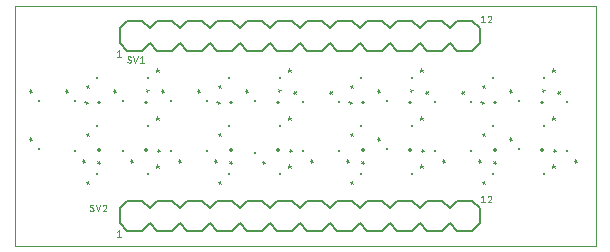
<source format=gto>
G04 EAGLE Gerber RS-274X export*
G75*
%MOMM*%
%FSLAX34Y34*%
%LPD*%
%INSilk top*%
%IPPOS*%
%AMOC8*
5,1,8,0,0,1.08239X$1,22.5*%
G01*
%ADD10C,0.000000*%
%ADD11C,0.050800*%
%ADD12R,0.250000X0.250000*%
%ADD13R,0.250000X0.250000*%
%ADD14C,0.152400*%


D10*
X0Y0D02*
X492000Y0D01*
X492000Y203200D01*
X0Y203200D01*
X0Y0D01*
D11*
X61849Y134620D02*
X61849Y136144D01*
X61849Y134620D02*
X62738Y133477D01*
X61849Y134620D02*
X60960Y133477D01*
X61849Y134620D02*
X63246Y135128D01*
X61849Y134620D02*
X60452Y135128D01*
D12*
X69870Y142240D03*
D11*
X44196Y131191D02*
X42672Y131191D01*
X44196Y131191D02*
X45339Y132080D01*
X44196Y131191D02*
X45339Y130302D01*
X44196Y131191D02*
X43688Y132588D01*
X44196Y131191D02*
X43688Y129794D01*
D12*
X50800Y123170D03*
D11*
X123952Y131191D02*
X125476Y131191D01*
X126619Y132080D01*
X125476Y131191D02*
X126619Y130302D01*
X125476Y131191D02*
X124968Y132588D01*
X125476Y131191D02*
X124968Y129794D01*
D12*
X132080Y123170D03*
D11*
X138176Y72009D02*
X139700Y72009D01*
X140843Y72898D01*
X139700Y72009D02*
X140843Y71120D01*
X139700Y72009D02*
X139192Y73406D01*
X139700Y72009D02*
X139192Y70612D01*
D12*
X132080Y80030D03*
D11*
X61524Y122895D02*
X60446Y121817D01*
X60267Y120381D01*
X60446Y121817D02*
X59009Y121638D01*
X60446Y121817D02*
X61793Y121189D01*
X60446Y121817D02*
X59818Y123164D01*
D13*
G36*
X73273Y121534D02*
X71506Y119767D01*
X69739Y121534D01*
X71506Y123301D01*
X73273Y121534D01*
G37*
D11*
X111298Y132953D02*
X112376Y131875D01*
X113813Y131696D01*
X112376Y131875D02*
X112555Y130438D01*
X112376Y131875D02*
X113004Y133222D01*
X112376Y131875D02*
X111029Y131247D01*
D13*
G36*
X111374Y119767D02*
X109607Y121534D01*
X111374Y123301D01*
X113141Y121534D01*
X111374Y119767D01*
G37*
D11*
X70145Y71684D02*
X71222Y70606D01*
X72659Y70427D01*
X71222Y70606D02*
X71402Y69169D01*
X71222Y70606D02*
X71851Y71953D01*
X71222Y70606D02*
X69875Y69978D01*
D13*
G36*
X71506Y83433D02*
X73273Y81666D01*
X71506Y79899D01*
X69739Y81666D01*
X71506Y83433D01*
G37*
D11*
X121715Y80664D02*
X122793Y81742D01*
X121715Y80664D02*
X121536Y79227D01*
X121715Y80664D02*
X120278Y80484D01*
X121715Y80664D02*
X123062Y80035D01*
X121715Y80664D02*
X121087Y82011D01*
D13*
G36*
X109607Y81666D02*
X111374Y83433D01*
X113141Y81666D01*
X111374Y79899D01*
X109607Y81666D01*
G37*
D11*
X121031Y148844D02*
X121031Y150368D01*
X121031Y148844D02*
X121920Y147701D01*
X121031Y148844D02*
X120142Y147701D01*
X121031Y148844D02*
X122428Y149352D01*
X121031Y148844D02*
X119634Y149352D01*
D12*
X113010Y142240D03*
D11*
X84836Y131191D02*
X83312Y131191D01*
X84836Y131191D02*
X85979Y132080D01*
X84836Y131191D02*
X85979Y130302D01*
X84836Y131191D02*
X84328Y132588D01*
X84836Y131191D02*
X84328Y129794D01*
D12*
X91440Y123170D03*
D11*
X97536Y72009D02*
X99060Y72009D01*
X100203Y72898D01*
X99060Y72009D02*
X100203Y71120D01*
X99060Y72009D02*
X98552Y73406D01*
X99060Y72009D02*
X98552Y70612D01*
D12*
X91440Y80030D03*
D11*
X61849Y93980D02*
X61849Y95504D01*
X61849Y93980D02*
X62738Y92837D01*
X61849Y93980D02*
X60960Y92837D01*
X61849Y93980D02*
X63246Y94488D01*
X61849Y93980D02*
X60452Y94488D01*
D12*
X69870Y101600D03*
D11*
X121031Y108204D02*
X121031Y109728D01*
X121031Y108204D02*
X121920Y107061D01*
X121031Y108204D02*
X120142Y107061D01*
X121031Y108204D02*
X122428Y108712D01*
X121031Y108204D02*
X119634Y108712D01*
D12*
X113010Y101600D03*
D11*
X121031Y69088D02*
X121031Y67564D01*
X121920Y66421D01*
X121031Y67564D02*
X120142Y66421D01*
X121031Y67564D02*
X122428Y68072D01*
X121031Y67564D02*
X119634Y68072D01*
D12*
X113010Y60960D03*
D11*
X61849Y54864D02*
X61849Y53340D01*
X62738Y52197D01*
X61849Y53340D02*
X60960Y52197D01*
X61849Y53340D02*
X63246Y53848D01*
X61849Y53340D02*
X60452Y53848D01*
D12*
X69870Y60960D03*
D11*
X58420Y72009D02*
X56896Y72009D01*
X58420Y72009D02*
X59563Y72898D01*
X58420Y72009D02*
X59563Y71120D01*
X58420Y72009D02*
X57912Y73406D01*
X58420Y72009D02*
X57912Y70612D01*
D12*
X50800Y80030D03*
D14*
X95250Y190500D02*
X107950Y190500D01*
X114300Y184150D01*
X114300Y171450D02*
X107950Y165100D01*
X114300Y184150D02*
X120650Y190500D01*
X133350Y190500D01*
X139700Y184150D01*
X139700Y171450D02*
X133350Y165100D01*
X120650Y165100D01*
X114300Y171450D01*
X88900Y171450D02*
X88900Y184150D01*
X95250Y190500D01*
X88900Y171450D02*
X95250Y165100D01*
X107950Y165100D01*
X139700Y184150D02*
X146050Y190500D01*
X158750Y190500D01*
X165100Y184150D01*
X165100Y171450D02*
X158750Y165100D01*
X146050Y165100D01*
X139700Y171450D01*
X171450Y190500D02*
X184150Y190500D01*
X190500Y184150D01*
X190500Y171450D02*
X184150Y165100D01*
X190500Y184150D02*
X196850Y190500D01*
X209550Y190500D01*
X215900Y184150D01*
X215900Y171450D02*
X209550Y165100D01*
X196850Y165100D01*
X190500Y171450D01*
X171450Y190500D02*
X165100Y184150D01*
X165100Y171450D02*
X171450Y165100D01*
X184150Y165100D01*
X215900Y184150D02*
X222250Y190500D01*
X234950Y190500D01*
X241300Y184150D01*
X241300Y171450D02*
X234950Y165100D01*
X222250Y165100D01*
X215900Y171450D01*
X247650Y190500D02*
X260350Y190500D01*
X266700Y184150D01*
X266700Y171450D02*
X260350Y165100D01*
X266700Y184150D02*
X273050Y190500D01*
X285750Y190500D01*
X292100Y184150D01*
X292100Y171450D02*
X285750Y165100D01*
X273050Y165100D01*
X266700Y171450D01*
X247650Y190500D02*
X241300Y184150D01*
X241300Y171450D02*
X247650Y165100D01*
X260350Y165100D01*
X292100Y184150D02*
X298450Y190500D01*
X311150Y190500D01*
X317500Y184150D01*
X317500Y171450D02*
X311150Y165100D01*
X298450Y165100D01*
X292100Y171450D01*
X323850Y190500D02*
X336550Y190500D01*
X342900Y184150D01*
X342900Y171450D02*
X336550Y165100D01*
X342900Y184150D02*
X349250Y190500D01*
X361950Y190500D01*
X368300Y184150D01*
X368300Y171450D02*
X361950Y165100D01*
X349250Y165100D01*
X342900Y171450D01*
X323850Y190500D02*
X317500Y184150D01*
X317500Y171450D02*
X323850Y165100D01*
X336550Y165100D01*
X368300Y184150D02*
X374650Y190500D01*
X387350Y190500D01*
X393700Y184150D01*
X393700Y171450D02*
X387350Y165100D01*
X374650Y165100D01*
X368300Y171450D01*
X393700Y171450D02*
X393700Y184150D01*
D11*
X88166Y165862D02*
X86614Y164620D01*
X88166Y165862D02*
X88166Y160274D01*
X86614Y160274D02*
X89718Y160274D01*
X395224Y193830D02*
X396776Y195072D01*
X396776Y189484D01*
X395224Y189484D02*
X398328Y189484D01*
X403815Y193675D02*
X403813Y193748D01*
X403807Y193821D01*
X403798Y193894D01*
X403784Y193965D01*
X403767Y194037D01*
X403747Y194107D01*
X403722Y194176D01*
X403694Y194243D01*
X403663Y194309D01*
X403628Y194374D01*
X403590Y194436D01*
X403548Y194496D01*
X403504Y194554D01*
X403456Y194610D01*
X403406Y194663D01*
X403353Y194713D01*
X403297Y194761D01*
X403239Y194805D01*
X403179Y194847D01*
X403117Y194885D01*
X403052Y194920D01*
X402986Y194951D01*
X402919Y194979D01*
X402850Y195004D01*
X402780Y195024D01*
X402708Y195041D01*
X402637Y195055D01*
X402564Y195064D01*
X402491Y195070D01*
X402418Y195072D01*
X402334Y195070D01*
X402251Y195064D01*
X402168Y195055D01*
X402086Y195041D01*
X402004Y195024D01*
X401923Y195002D01*
X401843Y194977D01*
X401765Y194949D01*
X401687Y194917D01*
X401612Y194881D01*
X401538Y194842D01*
X401466Y194799D01*
X401396Y194753D01*
X401329Y194704D01*
X401263Y194651D01*
X401201Y194596D01*
X401141Y194538D01*
X401083Y194477D01*
X401029Y194414D01*
X400977Y194348D01*
X400929Y194280D01*
X400884Y194209D01*
X400842Y194137D01*
X400804Y194062D01*
X400769Y193986D01*
X400738Y193909D01*
X400710Y193830D01*
X403348Y192589D02*
X403402Y192642D01*
X403453Y192699D01*
X403501Y192758D01*
X403546Y192819D01*
X403587Y192882D01*
X403626Y192948D01*
X403661Y193015D01*
X403693Y193084D01*
X403721Y193155D01*
X403745Y193226D01*
X403766Y193299D01*
X403783Y193373D01*
X403797Y193448D01*
X403806Y193523D01*
X403812Y193599D01*
X403814Y193675D01*
X403349Y192588D02*
X400710Y189484D01*
X403815Y189484D01*
X98609Y156436D02*
X98607Y156366D01*
X98601Y156297D01*
X98591Y156228D01*
X98578Y156160D01*
X98560Y156092D01*
X98539Y156026D01*
X98514Y155961D01*
X98486Y155897D01*
X98454Y155835D01*
X98419Y155775D01*
X98380Y155717D01*
X98338Y155662D01*
X98293Y155608D01*
X98245Y155558D01*
X98195Y155510D01*
X98141Y155465D01*
X98086Y155423D01*
X98028Y155384D01*
X97968Y155349D01*
X97906Y155317D01*
X97842Y155289D01*
X97777Y155264D01*
X97711Y155243D01*
X97643Y155225D01*
X97575Y155212D01*
X97506Y155202D01*
X97437Y155196D01*
X97367Y155194D01*
X97268Y155196D01*
X97170Y155201D01*
X97072Y155211D01*
X96974Y155224D01*
X96877Y155240D01*
X96780Y155260D01*
X96685Y155284D01*
X96590Y155312D01*
X96496Y155343D01*
X96404Y155377D01*
X96313Y155415D01*
X96223Y155456D01*
X96135Y155501D01*
X96049Y155549D01*
X95965Y155600D01*
X95883Y155654D01*
X95802Y155712D01*
X95724Y155772D01*
X95649Y155835D01*
X95575Y155901D01*
X95505Y155970D01*
X95659Y159540D02*
X95661Y159610D01*
X95667Y159679D01*
X95677Y159748D01*
X95690Y159816D01*
X95708Y159884D01*
X95729Y159950D01*
X95754Y160015D01*
X95782Y160079D01*
X95814Y160141D01*
X95849Y160201D01*
X95888Y160259D01*
X95930Y160314D01*
X95975Y160368D01*
X96023Y160418D01*
X96073Y160466D01*
X96127Y160511D01*
X96182Y160553D01*
X96240Y160592D01*
X96300Y160627D01*
X96362Y160659D01*
X96426Y160687D01*
X96491Y160712D01*
X96557Y160733D01*
X96625Y160751D01*
X96693Y160764D01*
X96762Y160774D01*
X96831Y160780D01*
X96901Y160782D01*
X96995Y160780D01*
X97088Y160774D01*
X97181Y160765D01*
X97274Y160752D01*
X97366Y160735D01*
X97457Y160715D01*
X97548Y160690D01*
X97637Y160663D01*
X97725Y160631D01*
X97812Y160596D01*
X97898Y160558D01*
X97981Y160516D01*
X98063Y160471D01*
X98144Y160423D01*
X98222Y160371D01*
X98298Y160316D01*
X96280Y158454D02*
X96221Y158490D01*
X96165Y158530D01*
X96111Y158573D01*
X96059Y158618D01*
X96010Y158667D01*
X95964Y158718D01*
X95921Y158771D01*
X95880Y158827D01*
X95843Y158885D01*
X95808Y158945D01*
X95778Y159006D01*
X95750Y159069D01*
X95726Y159134D01*
X95706Y159200D01*
X95689Y159267D01*
X95676Y159334D01*
X95667Y159402D01*
X95661Y159471D01*
X95659Y159540D01*
X97987Y157522D02*
X98046Y157486D01*
X98102Y157446D01*
X98156Y157403D01*
X98208Y157358D01*
X98257Y157309D01*
X98303Y157258D01*
X98346Y157205D01*
X98387Y157149D01*
X98424Y157091D01*
X98459Y157031D01*
X98489Y156970D01*
X98517Y156907D01*
X98541Y156842D01*
X98561Y156776D01*
X98578Y156709D01*
X98591Y156642D01*
X98600Y156574D01*
X98606Y156505D01*
X98608Y156436D01*
X97988Y157522D02*
X96280Y158454D01*
X100497Y160782D02*
X102360Y155194D01*
X104222Y160782D01*
X106294Y159540D02*
X107846Y160782D01*
X107846Y155194D01*
X106294Y155194D02*
X109398Y155194D01*
D14*
X107950Y38100D02*
X95250Y38100D01*
X107950Y38100D02*
X114300Y31750D01*
X114300Y19050D02*
X107950Y12700D01*
X114300Y31750D02*
X120650Y38100D01*
X133350Y38100D01*
X139700Y31750D01*
X139700Y19050D02*
X133350Y12700D01*
X120650Y12700D01*
X114300Y19050D01*
X88900Y19050D02*
X88900Y31750D01*
X95250Y38100D01*
X88900Y19050D02*
X95250Y12700D01*
X107950Y12700D01*
X139700Y31750D02*
X146050Y38100D01*
X158750Y38100D01*
X165100Y31750D01*
X165100Y19050D02*
X158750Y12700D01*
X146050Y12700D01*
X139700Y19050D01*
X171450Y38100D02*
X184150Y38100D01*
X190500Y31750D01*
X190500Y19050D02*
X184150Y12700D01*
X190500Y31750D02*
X196850Y38100D01*
X209550Y38100D01*
X215900Y31750D01*
X215900Y19050D02*
X209550Y12700D01*
X196850Y12700D01*
X190500Y19050D01*
X171450Y38100D02*
X165100Y31750D01*
X165100Y19050D02*
X171450Y12700D01*
X184150Y12700D01*
X215900Y31750D02*
X222250Y38100D01*
X234950Y38100D01*
X241300Y31750D01*
X241300Y19050D02*
X234950Y12700D01*
X222250Y12700D01*
X215900Y19050D01*
X247650Y38100D02*
X260350Y38100D01*
X266700Y31750D01*
X266700Y19050D02*
X260350Y12700D01*
X266700Y31750D02*
X273050Y38100D01*
X285750Y38100D01*
X292100Y31750D01*
X292100Y19050D02*
X285750Y12700D01*
X273050Y12700D01*
X266700Y19050D01*
X247650Y38100D02*
X241300Y31750D01*
X241300Y19050D02*
X247650Y12700D01*
X260350Y12700D01*
X292100Y31750D02*
X298450Y38100D01*
X311150Y38100D01*
X317500Y31750D01*
X317500Y19050D02*
X311150Y12700D01*
X298450Y12700D01*
X292100Y19050D01*
X323850Y38100D02*
X336550Y38100D01*
X342900Y31750D01*
X342900Y19050D02*
X336550Y12700D01*
X342900Y31750D02*
X349250Y38100D01*
X361950Y38100D01*
X368300Y31750D01*
X368300Y19050D02*
X361950Y12700D01*
X349250Y12700D01*
X342900Y19050D01*
X323850Y38100D02*
X317500Y31750D01*
X317500Y19050D02*
X323850Y12700D01*
X336550Y12700D01*
X368300Y31750D02*
X374650Y38100D01*
X387350Y38100D01*
X393700Y31750D01*
X393700Y19050D02*
X387350Y12700D01*
X374650Y12700D01*
X368300Y19050D01*
X393700Y19050D02*
X393700Y31750D01*
D11*
X88166Y13462D02*
X86614Y12220D01*
X88166Y13462D02*
X88166Y7874D01*
X86614Y7874D02*
X89718Y7874D01*
X395224Y41430D02*
X396776Y42672D01*
X396776Y37084D01*
X395224Y37084D02*
X398328Y37084D01*
X403815Y41275D02*
X403813Y41348D01*
X403807Y41421D01*
X403798Y41494D01*
X403784Y41565D01*
X403767Y41637D01*
X403747Y41707D01*
X403722Y41776D01*
X403694Y41843D01*
X403663Y41909D01*
X403628Y41974D01*
X403590Y42036D01*
X403548Y42096D01*
X403504Y42154D01*
X403456Y42210D01*
X403406Y42263D01*
X403353Y42313D01*
X403297Y42361D01*
X403239Y42405D01*
X403179Y42447D01*
X403117Y42485D01*
X403052Y42520D01*
X402986Y42551D01*
X402919Y42579D01*
X402850Y42604D01*
X402780Y42624D01*
X402708Y42641D01*
X402637Y42655D01*
X402564Y42664D01*
X402491Y42670D01*
X402418Y42672D01*
X402334Y42670D01*
X402251Y42664D01*
X402168Y42655D01*
X402086Y42641D01*
X402004Y42624D01*
X401923Y42602D01*
X401843Y42577D01*
X401765Y42549D01*
X401687Y42517D01*
X401612Y42481D01*
X401538Y42442D01*
X401466Y42399D01*
X401396Y42353D01*
X401329Y42304D01*
X401263Y42251D01*
X401201Y42196D01*
X401141Y42138D01*
X401083Y42077D01*
X401029Y42014D01*
X400977Y41948D01*
X400929Y41880D01*
X400884Y41809D01*
X400842Y41737D01*
X400804Y41662D01*
X400769Y41586D01*
X400738Y41509D01*
X400710Y41430D01*
X403348Y40189D02*
X403402Y40242D01*
X403453Y40299D01*
X403501Y40358D01*
X403546Y40419D01*
X403587Y40482D01*
X403626Y40548D01*
X403661Y40615D01*
X403693Y40684D01*
X403721Y40755D01*
X403745Y40826D01*
X403766Y40899D01*
X403783Y40973D01*
X403797Y41048D01*
X403806Y41123D01*
X403812Y41199D01*
X403814Y41275D01*
X403349Y40188D02*
X400710Y37084D01*
X403815Y37084D01*
X66859Y30706D02*
X66857Y30636D01*
X66851Y30567D01*
X66841Y30498D01*
X66828Y30430D01*
X66810Y30362D01*
X66789Y30296D01*
X66764Y30231D01*
X66736Y30167D01*
X66704Y30105D01*
X66669Y30045D01*
X66630Y29987D01*
X66588Y29932D01*
X66543Y29878D01*
X66495Y29828D01*
X66445Y29780D01*
X66391Y29735D01*
X66336Y29693D01*
X66278Y29654D01*
X66218Y29619D01*
X66156Y29587D01*
X66092Y29559D01*
X66027Y29534D01*
X65961Y29513D01*
X65893Y29495D01*
X65825Y29482D01*
X65756Y29472D01*
X65687Y29466D01*
X65617Y29464D01*
X65518Y29466D01*
X65420Y29471D01*
X65322Y29481D01*
X65224Y29494D01*
X65127Y29510D01*
X65030Y29530D01*
X64935Y29554D01*
X64840Y29582D01*
X64746Y29613D01*
X64654Y29647D01*
X64563Y29685D01*
X64473Y29726D01*
X64385Y29771D01*
X64299Y29819D01*
X64215Y29870D01*
X64133Y29924D01*
X64052Y29982D01*
X63974Y30042D01*
X63899Y30105D01*
X63825Y30171D01*
X63755Y30240D01*
X63909Y33810D02*
X63911Y33880D01*
X63917Y33949D01*
X63927Y34018D01*
X63940Y34086D01*
X63958Y34154D01*
X63979Y34220D01*
X64004Y34285D01*
X64032Y34349D01*
X64064Y34411D01*
X64099Y34471D01*
X64138Y34529D01*
X64180Y34584D01*
X64225Y34638D01*
X64273Y34688D01*
X64323Y34736D01*
X64377Y34781D01*
X64432Y34823D01*
X64490Y34862D01*
X64550Y34897D01*
X64612Y34929D01*
X64676Y34957D01*
X64741Y34982D01*
X64807Y35003D01*
X64875Y35021D01*
X64943Y35034D01*
X65012Y35044D01*
X65081Y35050D01*
X65151Y35052D01*
X65245Y35050D01*
X65338Y35044D01*
X65431Y35035D01*
X65524Y35022D01*
X65616Y35005D01*
X65707Y34985D01*
X65798Y34960D01*
X65887Y34933D01*
X65975Y34901D01*
X66062Y34866D01*
X66148Y34828D01*
X66231Y34786D01*
X66313Y34741D01*
X66394Y34693D01*
X66472Y34641D01*
X66548Y34586D01*
X64530Y32724D02*
X64471Y32760D01*
X64415Y32800D01*
X64361Y32843D01*
X64309Y32888D01*
X64260Y32937D01*
X64214Y32988D01*
X64171Y33041D01*
X64130Y33097D01*
X64093Y33155D01*
X64058Y33215D01*
X64028Y33276D01*
X64000Y33339D01*
X63976Y33404D01*
X63956Y33470D01*
X63939Y33537D01*
X63926Y33604D01*
X63917Y33672D01*
X63911Y33741D01*
X63909Y33810D01*
X66237Y31792D02*
X66296Y31756D01*
X66352Y31716D01*
X66406Y31673D01*
X66458Y31628D01*
X66507Y31579D01*
X66553Y31528D01*
X66596Y31475D01*
X66637Y31419D01*
X66674Y31361D01*
X66709Y31301D01*
X66739Y31240D01*
X66767Y31177D01*
X66791Y31112D01*
X66811Y31046D01*
X66828Y30979D01*
X66841Y30912D01*
X66850Y30844D01*
X66856Y30775D01*
X66858Y30706D01*
X66238Y31792D02*
X64530Y32724D01*
X68747Y35052D02*
X70610Y29464D01*
X72472Y35052D01*
X76251Y35052D02*
X76324Y35050D01*
X76397Y35044D01*
X76470Y35035D01*
X76541Y35021D01*
X76613Y35004D01*
X76683Y34984D01*
X76752Y34959D01*
X76819Y34931D01*
X76885Y34900D01*
X76950Y34865D01*
X77012Y34827D01*
X77072Y34785D01*
X77130Y34741D01*
X77186Y34693D01*
X77239Y34643D01*
X77289Y34590D01*
X77337Y34534D01*
X77381Y34476D01*
X77423Y34416D01*
X77461Y34354D01*
X77496Y34289D01*
X77527Y34223D01*
X77555Y34156D01*
X77580Y34087D01*
X77600Y34017D01*
X77617Y33945D01*
X77631Y33874D01*
X77640Y33801D01*
X77646Y33728D01*
X77648Y33655D01*
X76251Y35052D02*
X76167Y35050D01*
X76084Y35044D01*
X76001Y35035D01*
X75919Y35021D01*
X75837Y35004D01*
X75756Y34982D01*
X75676Y34957D01*
X75598Y34929D01*
X75520Y34897D01*
X75445Y34861D01*
X75371Y34822D01*
X75299Y34779D01*
X75229Y34733D01*
X75162Y34684D01*
X75096Y34631D01*
X75034Y34576D01*
X74974Y34518D01*
X74916Y34457D01*
X74862Y34394D01*
X74810Y34328D01*
X74762Y34260D01*
X74717Y34189D01*
X74675Y34117D01*
X74637Y34042D01*
X74602Y33966D01*
X74571Y33889D01*
X74543Y33810D01*
X77182Y32569D02*
X77236Y32622D01*
X77287Y32679D01*
X77335Y32738D01*
X77380Y32799D01*
X77421Y32862D01*
X77460Y32928D01*
X77495Y32995D01*
X77527Y33064D01*
X77555Y33135D01*
X77579Y33206D01*
X77600Y33279D01*
X77617Y33353D01*
X77631Y33428D01*
X77640Y33503D01*
X77646Y33579D01*
X77648Y33655D01*
X77183Y32568D02*
X74544Y29464D01*
X77648Y29464D01*
X173609Y134620D02*
X173609Y136144D01*
X173609Y134620D02*
X174498Y133477D01*
X173609Y134620D02*
X172720Y133477D01*
X173609Y134620D02*
X175006Y135128D01*
X173609Y134620D02*
X172212Y135128D01*
D12*
X181630Y142240D03*
D11*
X232791Y148844D02*
X232791Y150368D01*
X232791Y148844D02*
X233680Y147701D01*
X232791Y148844D02*
X231902Y147701D01*
X232791Y148844D02*
X234188Y149352D01*
X232791Y148844D02*
X231394Y149352D01*
D12*
X224770Y142240D03*
D11*
X196596Y131191D02*
X195072Y131191D01*
X196596Y131191D02*
X197739Y132080D01*
X196596Y131191D02*
X197739Y130302D01*
X196596Y131191D02*
X196088Y132588D01*
X196596Y131191D02*
X196088Y129794D01*
D12*
X203200Y123170D03*
D11*
X209296Y70739D02*
X210820Y70739D01*
X211963Y71628D01*
X210820Y70739D02*
X211963Y69850D01*
X210820Y70739D02*
X210312Y72136D01*
X210820Y70739D02*
X210312Y69342D01*
D12*
X203200Y78760D03*
D11*
X173609Y93980D02*
X173609Y95504D01*
X173609Y93980D02*
X174498Y92837D01*
X173609Y93980D02*
X172720Y92837D01*
X173609Y93980D02*
X175006Y94488D01*
X173609Y93980D02*
X172212Y94488D01*
D12*
X181630Y101600D03*
D11*
X232791Y108204D02*
X232791Y109728D01*
X232791Y108204D02*
X233680Y107061D01*
X232791Y108204D02*
X231902Y107061D01*
X232791Y108204D02*
X234188Y108712D01*
X232791Y108204D02*
X231394Y108712D01*
D12*
X224770Y101600D03*
D11*
X232791Y69088D02*
X232791Y67564D01*
X233680Y66421D01*
X232791Y67564D02*
X231902Y66421D01*
X232791Y67564D02*
X234188Y68072D01*
X232791Y67564D02*
X231394Y68072D01*
D12*
X224770Y60960D03*
D11*
X173609Y54864D02*
X173609Y53340D01*
X174498Y52197D01*
X173609Y53340D02*
X172720Y52197D01*
X173609Y53340D02*
X175006Y53848D01*
X173609Y53340D02*
X172212Y53848D01*
D12*
X181630Y60960D03*
D11*
X170180Y72009D02*
X168656Y72009D01*
X170180Y72009D02*
X171323Y72898D01*
X170180Y72009D02*
X171323Y71120D01*
X170180Y72009D02*
X169672Y73406D01*
X170180Y72009D02*
X169672Y70612D01*
D12*
X162560Y80030D03*
D11*
X155956Y131191D02*
X154432Y131191D01*
X155956Y131191D02*
X157099Y132080D01*
X155956Y131191D02*
X157099Y130302D01*
X155956Y131191D02*
X155448Y132588D01*
X155956Y131191D02*
X155448Y129794D01*
D12*
X162560Y123170D03*
D11*
X235712Y129921D02*
X237236Y129921D01*
X238379Y130810D01*
X237236Y129921D02*
X238379Y129032D01*
X237236Y129921D02*
X236728Y131318D01*
X237236Y129921D02*
X236728Y128524D01*
D12*
X243840Y121900D03*
D11*
X249936Y72009D02*
X251460Y72009D01*
X252603Y72898D01*
X251460Y72009D02*
X252603Y71120D01*
X251460Y72009D02*
X250952Y73406D01*
X251460Y72009D02*
X250952Y70612D01*
D12*
X243840Y80030D03*
D11*
X173284Y122895D02*
X172206Y121817D01*
X172027Y120381D01*
X172206Y121817D02*
X170769Y121638D01*
X172206Y121817D02*
X173553Y121189D01*
X172206Y121817D02*
X171578Y123164D01*
D13*
G36*
X185033Y121534D02*
X183266Y119767D01*
X181499Y121534D01*
X183266Y123301D01*
X185033Y121534D01*
G37*
D11*
X223058Y132953D02*
X224136Y131875D01*
X225573Y131696D01*
X224136Y131875D02*
X224315Y130438D01*
X224136Y131875D02*
X224764Y133222D01*
X224136Y131875D02*
X222789Y131247D01*
D13*
G36*
X223134Y119767D02*
X221367Y121534D01*
X223134Y123301D01*
X224901Y121534D01*
X223134Y119767D01*
G37*
D11*
X181905Y71684D02*
X182982Y70606D01*
X184419Y70427D01*
X182982Y70606D02*
X183162Y69169D01*
X182982Y70606D02*
X183611Y71953D01*
X182982Y70606D02*
X181635Y69978D01*
D13*
G36*
X183266Y83433D02*
X185033Y81666D01*
X183266Y79899D01*
X181499Y81666D01*
X183266Y83433D01*
G37*
D11*
X233475Y80664D02*
X234553Y81742D01*
X233475Y80664D02*
X233296Y79227D01*
X233475Y80664D02*
X232038Y80484D01*
X233475Y80664D02*
X234822Y80035D01*
X233475Y80664D02*
X232847Y82011D01*
D13*
G36*
X221367Y81666D02*
X223134Y83433D01*
X224901Y81666D01*
X223134Y79899D01*
X221367Y81666D01*
G37*
D11*
X285369Y134620D02*
X285369Y136144D01*
X285369Y134620D02*
X286258Y133477D01*
X285369Y134620D02*
X284480Y133477D01*
X285369Y134620D02*
X286766Y135128D01*
X285369Y134620D02*
X283972Y135128D01*
D12*
X293390Y142240D03*
D11*
X344551Y148844D02*
X344551Y150368D01*
X344551Y148844D02*
X345440Y147701D01*
X344551Y148844D02*
X343662Y147701D01*
X344551Y148844D02*
X345948Y149352D01*
X344551Y148844D02*
X343154Y149352D01*
D12*
X336530Y142240D03*
D11*
X308356Y131191D02*
X306832Y131191D01*
X308356Y131191D02*
X309499Y132080D01*
X308356Y131191D02*
X309499Y130302D01*
X308356Y131191D02*
X307848Y132588D01*
X308356Y131191D02*
X307848Y129794D01*
D12*
X314960Y123170D03*
D11*
X308356Y90551D02*
X306832Y90551D01*
X308356Y90551D02*
X309499Y91440D01*
X308356Y90551D02*
X309499Y89662D01*
X308356Y90551D02*
X307848Y91948D01*
X308356Y90551D02*
X307848Y89154D01*
D12*
X314960Y82530D03*
D11*
X285369Y93980D02*
X285369Y95504D01*
X285369Y93980D02*
X286258Y92837D01*
X285369Y93980D02*
X284480Y92837D01*
X285369Y93980D02*
X286766Y94488D01*
X285369Y93980D02*
X283972Y94488D01*
D12*
X293390Y101600D03*
D11*
X344551Y108204D02*
X344551Y109728D01*
X344551Y108204D02*
X345440Y107061D01*
X344551Y108204D02*
X343662Y107061D01*
X344551Y108204D02*
X345948Y108712D01*
X344551Y108204D02*
X343154Y108712D01*
D12*
X336530Y101600D03*
D11*
X344551Y69088D02*
X344551Y67564D01*
X345440Y66421D01*
X344551Y67564D02*
X343662Y66421D01*
X344551Y67564D02*
X345948Y68072D01*
X344551Y67564D02*
X343154Y68072D01*
D12*
X336530Y60960D03*
D11*
X285369Y54864D02*
X285369Y53340D01*
X286258Y52197D01*
X285369Y53340D02*
X284480Y52197D01*
X285369Y53340D02*
X286766Y53848D01*
X285369Y53340D02*
X283972Y53848D01*
D12*
X293390Y60960D03*
D11*
X281940Y72009D02*
X280416Y72009D01*
X281940Y72009D02*
X283083Y72898D01*
X281940Y72009D02*
X283083Y71120D01*
X281940Y72009D02*
X281432Y73406D01*
X281940Y72009D02*
X281432Y70612D01*
D12*
X274320Y80030D03*
D11*
X267716Y129921D02*
X266192Y129921D01*
X267716Y129921D02*
X268859Y130810D01*
X267716Y129921D02*
X268859Y129032D01*
X267716Y129921D02*
X267208Y131318D01*
X267716Y129921D02*
X267208Y128524D01*
D12*
X274320Y121900D03*
D11*
X347472Y129921D02*
X348996Y129921D01*
X350139Y130810D01*
X348996Y129921D02*
X350139Y129032D01*
X348996Y129921D02*
X348488Y131318D01*
X348996Y129921D02*
X348488Y128524D01*
D12*
X355600Y121900D03*
D11*
X361696Y72009D02*
X363220Y72009D01*
X364363Y72898D01*
X363220Y72009D02*
X364363Y71120D01*
X363220Y72009D02*
X362712Y73406D01*
X363220Y72009D02*
X362712Y70612D01*
D12*
X355600Y80030D03*
D11*
X285044Y122895D02*
X283966Y121817D01*
X283787Y120381D01*
X283966Y121817D02*
X282529Y121638D01*
X283966Y121817D02*
X285313Y121189D01*
X283966Y121817D02*
X283338Y123164D01*
D13*
G36*
X296793Y121534D02*
X295026Y119767D01*
X293259Y121534D01*
X295026Y123301D01*
X296793Y121534D01*
G37*
D11*
X334818Y132953D02*
X335896Y131875D01*
X337333Y131696D01*
X335896Y131875D02*
X336075Y130438D01*
X335896Y131875D02*
X336524Y133222D01*
X335896Y131875D02*
X334549Y131247D01*
D13*
G36*
X334894Y119767D02*
X333127Y121534D01*
X334894Y123301D01*
X336661Y121534D01*
X334894Y119767D01*
G37*
D11*
X293665Y71684D02*
X294742Y70606D01*
X296179Y70427D01*
X294742Y70606D02*
X294922Y69169D01*
X294742Y70606D02*
X295371Y71953D01*
X294742Y70606D02*
X293395Y69978D01*
D13*
G36*
X295026Y83433D02*
X296793Y81666D01*
X295026Y79899D01*
X293259Y81666D01*
X295026Y83433D01*
G37*
D11*
X345235Y80664D02*
X346313Y81742D01*
X345235Y80664D02*
X345056Y79227D01*
X345235Y80664D02*
X343798Y80484D01*
X345235Y80664D02*
X346582Y80035D01*
X345235Y80664D02*
X344607Y82011D01*
D13*
G36*
X333127Y81666D02*
X334894Y83433D01*
X336661Y81666D01*
X334894Y79899D01*
X333127Y81666D01*
G37*
D11*
X397129Y134620D02*
X397129Y136144D01*
X397129Y134620D02*
X398018Y133477D01*
X397129Y134620D02*
X396240Y133477D01*
X397129Y134620D02*
X398526Y135128D01*
X397129Y134620D02*
X395732Y135128D01*
D12*
X405150Y142240D03*
D11*
X456311Y148844D02*
X456311Y150368D01*
X456311Y148844D02*
X457200Y147701D01*
X456311Y148844D02*
X455422Y147701D01*
X456311Y148844D02*
X457708Y149352D01*
X456311Y148844D02*
X454914Y149352D01*
D12*
X448290Y142240D03*
D11*
X420116Y131191D02*
X418592Y131191D01*
X420116Y131191D02*
X421259Y132080D01*
X420116Y131191D02*
X421259Y130302D01*
X420116Y131191D02*
X419608Y132588D01*
X420116Y131191D02*
X419608Y129794D01*
D12*
X426720Y123170D03*
D11*
X420116Y90551D02*
X418592Y90551D01*
X420116Y90551D02*
X421259Y91440D01*
X420116Y90551D02*
X421259Y89662D01*
X420116Y90551D02*
X419608Y91948D01*
X420116Y90551D02*
X419608Y89154D01*
D12*
X426720Y82530D03*
D11*
X397129Y93980D02*
X397129Y95504D01*
X397129Y93980D02*
X398018Y92837D01*
X397129Y93980D02*
X396240Y92837D01*
X397129Y93980D02*
X398526Y94488D01*
X397129Y93980D02*
X395732Y94488D01*
D12*
X405150Y101600D03*
D11*
X456311Y108204D02*
X456311Y109728D01*
X456311Y108204D02*
X457200Y107061D01*
X456311Y108204D02*
X455422Y107061D01*
X456311Y108204D02*
X457708Y108712D01*
X456311Y108204D02*
X454914Y108712D01*
D12*
X448290Y101600D03*
D11*
X456311Y69088D02*
X456311Y67564D01*
X457200Y66421D01*
X456311Y67564D02*
X455422Y66421D01*
X456311Y67564D02*
X457708Y68072D01*
X456311Y67564D02*
X454914Y68072D01*
D12*
X448290Y60960D03*
D11*
X397129Y54864D02*
X397129Y53340D01*
X398018Y52197D01*
X397129Y53340D02*
X396240Y52197D01*
X397129Y53340D02*
X398526Y53848D01*
X397129Y53340D02*
X395732Y53848D01*
D12*
X405150Y60960D03*
D11*
X393700Y72009D02*
X392176Y72009D01*
X393700Y72009D02*
X394843Y72898D01*
X393700Y72009D02*
X394843Y71120D01*
X393700Y72009D02*
X393192Y73406D01*
X393700Y72009D02*
X393192Y70612D01*
D12*
X386080Y80030D03*
D11*
X379476Y129921D02*
X377952Y129921D01*
X379476Y129921D02*
X380619Y130810D01*
X379476Y129921D02*
X380619Y129032D01*
X379476Y129921D02*
X378968Y131318D01*
X379476Y129921D02*
X378968Y128524D01*
D12*
X386080Y121900D03*
D11*
X459232Y129921D02*
X460756Y129921D01*
X461899Y130810D01*
X460756Y129921D02*
X461899Y129032D01*
X460756Y129921D02*
X460248Y131318D01*
X460756Y129921D02*
X460248Y128524D01*
D12*
X467360Y121900D03*
D11*
X473456Y72009D02*
X474980Y72009D01*
X476123Y72898D01*
X474980Y72009D02*
X476123Y71120D01*
X474980Y72009D02*
X474472Y73406D01*
X474980Y72009D02*
X474472Y70612D01*
D12*
X467360Y80030D03*
D11*
X396804Y122895D02*
X395726Y121817D01*
X395547Y120381D01*
X395726Y121817D02*
X394289Y121638D01*
X395726Y121817D02*
X397073Y121189D01*
X395726Y121817D02*
X395098Y123164D01*
D13*
G36*
X408553Y121534D02*
X406786Y119767D01*
X405019Y121534D01*
X406786Y123301D01*
X408553Y121534D01*
G37*
D11*
X446578Y132953D02*
X447656Y131875D01*
X449093Y131696D01*
X447656Y131875D02*
X447835Y130438D01*
X447656Y131875D02*
X448284Y133222D01*
X447656Y131875D02*
X446309Y131247D01*
D13*
G36*
X446654Y119767D02*
X444887Y121534D01*
X446654Y123301D01*
X448421Y121534D01*
X446654Y119767D01*
G37*
D11*
X405425Y71684D02*
X406502Y70606D01*
X407939Y70427D01*
X406502Y70606D02*
X406682Y69169D01*
X406502Y70606D02*
X407131Y71953D01*
X406502Y70606D02*
X405155Y69978D01*
D13*
G36*
X406786Y83433D02*
X408553Y81666D01*
X406786Y79899D01*
X405019Y81666D01*
X406786Y83433D01*
G37*
D11*
X456995Y80664D02*
X458073Y81742D01*
X456995Y80664D02*
X456816Y79227D01*
X456995Y80664D02*
X455558Y80484D01*
X456995Y80664D02*
X458342Y80035D01*
X456995Y80664D02*
X456367Y82011D01*
D13*
G36*
X444887Y81666D02*
X446654Y83433D01*
X448421Y81666D01*
X446654Y79899D01*
X444887Y81666D01*
G37*
D11*
X13716Y131191D02*
X12192Y131191D01*
X13716Y131191D02*
X14859Y132080D01*
X13716Y131191D02*
X14859Y130302D01*
X13716Y131191D02*
X13208Y132588D01*
X13716Y131191D02*
X13208Y129794D01*
D12*
X20320Y123170D03*
D11*
X13716Y90551D02*
X12192Y90551D01*
X13716Y90551D02*
X14859Y91440D01*
X13716Y90551D02*
X14859Y89662D01*
X13716Y90551D02*
X13208Y91948D01*
X13716Y90551D02*
X13208Y89154D01*
D12*
X20320Y82530D03*
M02*

</source>
